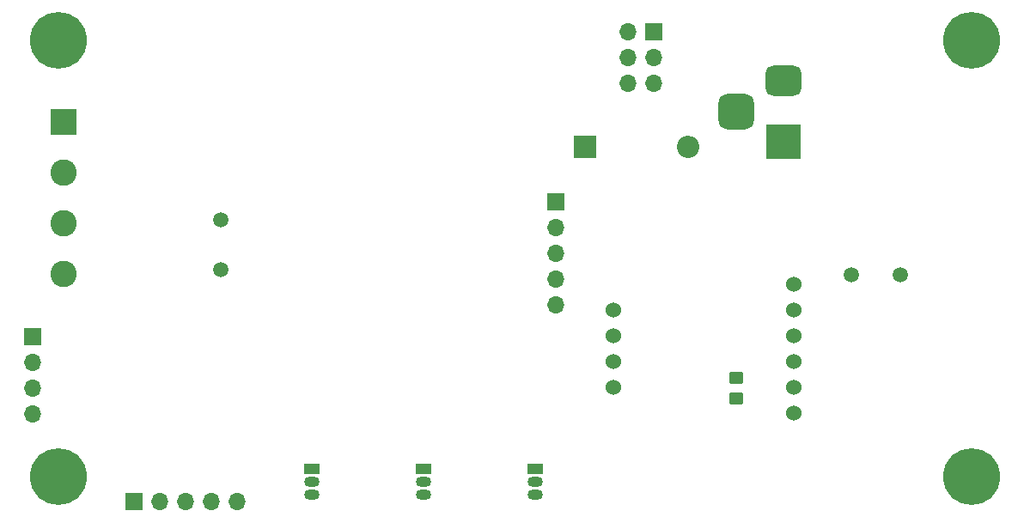
<source format=gbr>
%TF.GenerationSoftware,KiCad,Pcbnew,8.0.0*%
%TF.CreationDate,2024-03-12T01:14:06-04:00*%
%TF.ProjectId,ORA_ControlBoard-main_Rev2,4f52415f-436f-46e7-9472-6f6c426f6172,rev?*%
%TF.SameCoordinates,Original*%
%TF.FileFunction,Soldermask,Bot*%
%TF.FilePolarity,Negative*%
%FSLAX46Y46*%
G04 Gerber Fmt 4.6, Leading zero omitted, Abs format (unit mm)*
G04 Created by KiCad (PCBNEW 8.0.0) date 2024-03-12 01:14:06*
%MOMM*%
%LPD*%
G01*
G04 APERTURE LIST*
G04 Aperture macros list*
%AMRoundRect*
0 Rectangle with rounded corners*
0 $1 Rounding radius*
0 $2 $3 $4 $5 $6 $7 $8 $9 X,Y pos of 4 corners*
0 Add a 4 corners polygon primitive as box body*
4,1,4,$2,$3,$4,$5,$6,$7,$8,$9,$2,$3,0*
0 Add four circle primitives for the rounded corners*
1,1,$1+$1,$2,$3*
1,1,$1+$1,$4,$5*
1,1,$1+$1,$6,$7*
1,1,$1+$1,$8,$9*
0 Add four rect primitives between the rounded corners*
20,1,$1+$1,$2,$3,$4,$5,0*
20,1,$1+$1,$4,$5,$6,$7,0*
20,1,$1+$1,$6,$7,$8,$9,0*
20,1,$1+$1,$8,$9,$2,$3,0*%
G04 Aperture macros list end*
%ADD10R,1.500000X1.050000*%
%ADD11O,1.500000X1.050000*%
%ADD12C,5.600000*%
%ADD13C,1.500000*%
%ADD14C,1.524000*%
%ADD15R,1.700000X1.700000*%
%ADD16O,1.700000X1.700000*%
%ADD17R,3.500000X3.500000*%
%ADD18RoundRect,0.750000X-1.000000X0.750000X-1.000000X-0.750000X1.000000X-0.750000X1.000000X0.750000X0*%
%ADD19RoundRect,0.875000X-0.875000X0.875000X-0.875000X-0.875000X0.875000X-0.875000X0.875000X0.875000X0*%
%ADD20R,2.200000X2.200000*%
%ADD21O,2.200000X2.200000*%
%ADD22R,2.600000X2.600000*%
%ADD23C,2.600000*%
%ADD24RoundRect,0.250000X-0.450000X0.350000X-0.450000X-0.350000X0.450000X-0.350000X0.450000X0.350000X0*%
G04 APERTURE END LIST*
D10*
%TO.C,Q3*%
X131000000Y-96730000D03*
D11*
X131000000Y-98000000D03*
X131000000Y-99270000D03*
%TD*%
D12*
%TO.C,H1*%
X185000000Y-97500000D03*
%TD*%
D13*
%TO.C,Y1*%
X173120000Y-77600000D03*
X178000000Y-77600000D03*
%TD*%
D12*
%TO.C,H3*%
X95000000Y-54500000D03*
%TD*%
D10*
%TO.C,Q5*%
X120000000Y-96730000D03*
D11*
X120000000Y-98000000D03*
X120000000Y-99270000D03*
%TD*%
D12*
%TO.C,H2*%
X95000000Y-97500000D03*
%TD*%
D13*
%TO.C,Y2*%
X111000000Y-77100000D03*
X111000000Y-72220000D03*
%TD*%
D14*
%TO.C,U6*%
X149710000Y-88740000D03*
X149710000Y-86200000D03*
X149710000Y-83660000D03*
X149710000Y-81120000D03*
X167490000Y-78580000D03*
X167490000Y-81120000D03*
X167490000Y-83660000D03*
X167490000Y-86200000D03*
X167490000Y-88740000D03*
X167490000Y-91280000D03*
%TD*%
D15*
%TO.C,J2*%
X92500000Y-83700000D03*
D16*
X92500000Y-86240000D03*
X92500000Y-88780000D03*
X92500000Y-91320000D03*
%TD*%
D17*
%TO.C,J4*%
X166500000Y-64500000D03*
D18*
X166500000Y-58500000D03*
D19*
X161800000Y-61500000D03*
%TD*%
D10*
%TO.C,Q1*%
X141952500Y-96710000D03*
D11*
X141952500Y-97980000D03*
X141952500Y-99250000D03*
%TD*%
D12*
%TO.C,H4*%
X185000000Y-54500000D03*
%TD*%
D15*
%TO.C,J8*%
X144000000Y-70380000D03*
D16*
X144000000Y-72920000D03*
X144000000Y-75460000D03*
X144000000Y-78000000D03*
X144000000Y-80540000D03*
%TD*%
D20*
%TO.C,D3*%
X146920000Y-65000000D03*
D21*
X157080000Y-65000000D03*
%TD*%
D22*
%TO.C,J9*%
X95500000Y-62500000D03*
D23*
X95500000Y-67500000D03*
X95500000Y-72500000D03*
X95500000Y-77500000D03*
%TD*%
D15*
%TO.C,J7*%
X102460000Y-100000000D03*
D16*
X105000000Y-100000000D03*
X107540000Y-100000000D03*
X110080000Y-100000000D03*
X112620000Y-100000000D03*
%TD*%
D24*
%TO.C,TR1*%
X161800000Y-87800000D03*
X161800000Y-89800000D03*
%TD*%
D15*
%TO.C,J6*%
X153700000Y-53660000D03*
D16*
X151160000Y-53660000D03*
X153700000Y-56200000D03*
X151160000Y-56200000D03*
X153700000Y-58740000D03*
X151160000Y-58740000D03*
%TD*%
M02*

</source>
